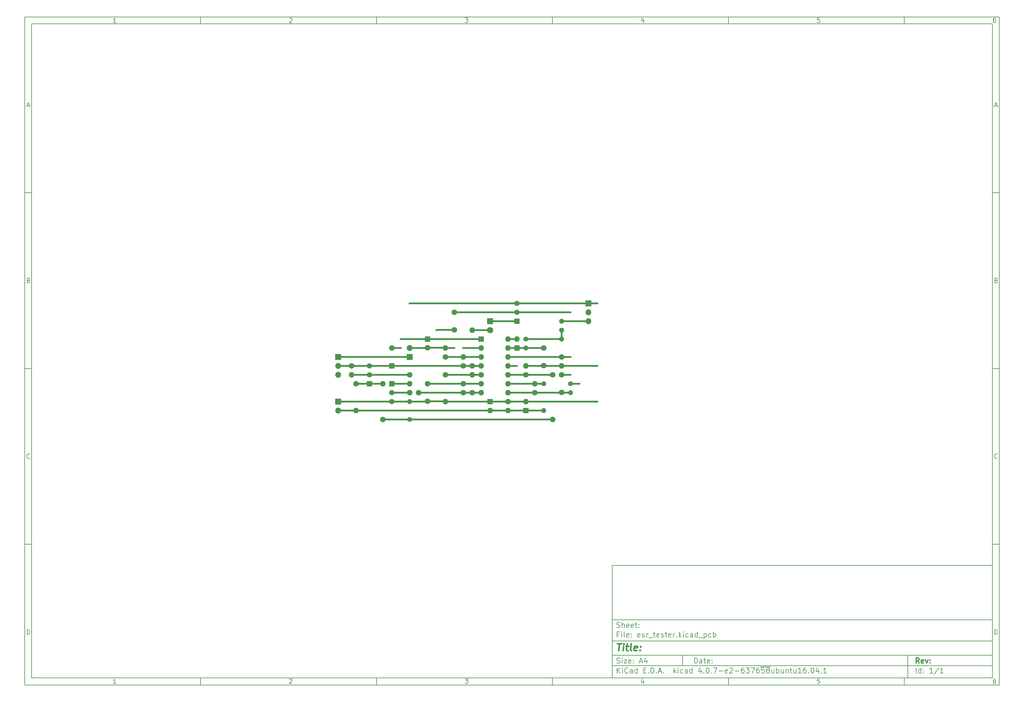
<source format=gbr>
G04 #@! TF.FileFunction,Copper,L2,Bot,Signal*
%FSLAX46Y46*%
G04 Gerber Fmt 4.6, Leading zero omitted, Abs format (unit mm)*
G04 Created by KiCad (PCBNEW 4.0.7-e2-6376~58~ubuntu16.04.1) date Mon Dec 11 22:35:03 2017*
%MOMM*%
%LPD*%
G01*
G04 APERTURE LIST*
%ADD10C,0.100000*%
%ADD11C,0.150000*%
%ADD12C,0.300000*%
%ADD13C,0.400000*%
%ADD14C,1.600000*%
%ADD15O,1.600000X1.600000*%
%ADD16R,1.700000X1.700000*%
%ADD17O,1.700000X1.700000*%
%ADD18R,1.600000X1.600000*%
%ADD19R,1.800000X1.800000*%
%ADD20C,1.800000*%
%ADD21C,1.440000*%
%ADD22C,1.520000*%
%ADD23R,1.520000X1.520000*%
%ADD24C,1.400000*%
%ADD25O,1.400000X1.400000*%
%ADD26C,0.600000*%
%ADD27C,0.500000*%
%ADD28C,0.250000*%
G04 APERTURE END LIST*
D10*
D11*
X177002200Y-166007200D02*
X177002200Y-198007200D01*
X285002200Y-198007200D01*
X285002200Y-166007200D01*
X177002200Y-166007200D01*
D10*
D11*
X10000000Y-10000000D02*
X10000000Y-200007200D01*
X287002200Y-200007200D01*
X287002200Y-10000000D01*
X10000000Y-10000000D01*
D10*
D11*
X12000000Y-12000000D02*
X12000000Y-198007200D01*
X285002200Y-198007200D01*
X285002200Y-12000000D01*
X12000000Y-12000000D01*
D10*
D11*
X60000000Y-12000000D02*
X60000000Y-10000000D01*
D10*
D11*
X110000000Y-12000000D02*
X110000000Y-10000000D01*
D10*
D11*
X160000000Y-12000000D02*
X160000000Y-10000000D01*
D10*
D11*
X210000000Y-12000000D02*
X210000000Y-10000000D01*
D10*
D11*
X260000000Y-12000000D02*
X260000000Y-10000000D01*
D10*
D11*
X35990476Y-11588095D02*
X35247619Y-11588095D01*
X35619048Y-11588095D02*
X35619048Y-10288095D01*
X35495238Y-10473810D01*
X35371429Y-10597619D01*
X35247619Y-10659524D01*
D10*
D11*
X85247619Y-10411905D02*
X85309524Y-10350000D01*
X85433333Y-10288095D01*
X85742857Y-10288095D01*
X85866667Y-10350000D01*
X85928571Y-10411905D01*
X85990476Y-10535714D01*
X85990476Y-10659524D01*
X85928571Y-10845238D01*
X85185714Y-11588095D01*
X85990476Y-11588095D01*
D10*
D11*
X135185714Y-10288095D02*
X135990476Y-10288095D01*
X135557143Y-10783333D01*
X135742857Y-10783333D01*
X135866667Y-10845238D01*
X135928571Y-10907143D01*
X135990476Y-11030952D01*
X135990476Y-11340476D01*
X135928571Y-11464286D01*
X135866667Y-11526190D01*
X135742857Y-11588095D01*
X135371429Y-11588095D01*
X135247619Y-11526190D01*
X135185714Y-11464286D01*
D10*
D11*
X185866667Y-10721429D02*
X185866667Y-11588095D01*
X185557143Y-10226190D02*
X185247619Y-11154762D01*
X186052381Y-11154762D01*
D10*
D11*
X235928571Y-10288095D02*
X235309524Y-10288095D01*
X235247619Y-10907143D01*
X235309524Y-10845238D01*
X235433333Y-10783333D01*
X235742857Y-10783333D01*
X235866667Y-10845238D01*
X235928571Y-10907143D01*
X235990476Y-11030952D01*
X235990476Y-11340476D01*
X235928571Y-11464286D01*
X235866667Y-11526190D01*
X235742857Y-11588095D01*
X235433333Y-11588095D01*
X235309524Y-11526190D01*
X235247619Y-11464286D01*
D10*
D11*
X285866667Y-10288095D02*
X285619048Y-10288095D01*
X285495238Y-10350000D01*
X285433333Y-10411905D01*
X285309524Y-10597619D01*
X285247619Y-10845238D01*
X285247619Y-11340476D01*
X285309524Y-11464286D01*
X285371429Y-11526190D01*
X285495238Y-11588095D01*
X285742857Y-11588095D01*
X285866667Y-11526190D01*
X285928571Y-11464286D01*
X285990476Y-11340476D01*
X285990476Y-11030952D01*
X285928571Y-10907143D01*
X285866667Y-10845238D01*
X285742857Y-10783333D01*
X285495238Y-10783333D01*
X285371429Y-10845238D01*
X285309524Y-10907143D01*
X285247619Y-11030952D01*
D10*
D11*
X60000000Y-198007200D02*
X60000000Y-200007200D01*
D10*
D11*
X110000000Y-198007200D02*
X110000000Y-200007200D01*
D10*
D11*
X160000000Y-198007200D02*
X160000000Y-200007200D01*
D10*
D11*
X210000000Y-198007200D02*
X210000000Y-200007200D01*
D10*
D11*
X260000000Y-198007200D02*
X260000000Y-200007200D01*
D10*
D11*
X35990476Y-199595295D02*
X35247619Y-199595295D01*
X35619048Y-199595295D02*
X35619048Y-198295295D01*
X35495238Y-198481010D01*
X35371429Y-198604819D01*
X35247619Y-198666724D01*
D10*
D11*
X85247619Y-198419105D02*
X85309524Y-198357200D01*
X85433333Y-198295295D01*
X85742857Y-198295295D01*
X85866667Y-198357200D01*
X85928571Y-198419105D01*
X85990476Y-198542914D01*
X85990476Y-198666724D01*
X85928571Y-198852438D01*
X85185714Y-199595295D01*
X85990476Y-199595295D01*
D10*
D11*
X135185714Y-198295295D02*
X135990476Y-198295295D01*
X135557143Y-198790533D01*
X135742857Y-198790533D01*
X135866667Y-198852438D01*
X135928571Y-198914343D01*
X135990476Y-199038152D01*
X135990476Y-199347676D01*
X135928571Y-199471486D01*
X135866667Y-199533390D01*
X135742857Y-199595295D01*
X135371429Y-199595295D01*
X135247619Y-199533390D01*
X135185714Y-199471486D01*
D10*
D11*
X185866667Y-198728629D02*
X185866667Y-199595295D01*
X185557143Y-198233390D02*
X185247619Y-199161962D01*
X186052381Y-199161962D01*
D10*
D11*
X235928571Y-198295295D02*
X235309524Y-198295295D01*
X235247619Y-198914343D01*
X235309524Y-198852438D01*
X235433333Y-198790533D01*
X235742857Y-198790533D01*
X235866667Y-198852438D01*
X235928571Y-198914343D01*
X235990476Y-199038152D01*
X235990476Y-199347676D01*
X235928571Y-199471486D01*
X235866667Y-199533390D01*
X235742857Y-199595295D01*
X235433333Y-199595295D01*
X235309524Y-199533390D01*
X235247619Y-199471486D01*
D10*
D11*
X285866667Y-198295295D02*
X285619048Y-198295295D01*
X285495238Y-198357200D01*
X285433333Y-198419105D01*
X285309524Y-198604819D01*
X285247619Y-198852438D01*
X285247619Y-199347676D01*
X285309524Y-199471486D01*
X285371429Y-199533390D01*
X285495238Y-199595295D01*
X285742857Y-199595295D01*
X285866667Y-199533390D01*
X285928571Y-199471486D01*
X285990476Y-199347676D01*
X285990476Y-199038152D01*
X285928571Y-198914343D01*
X285866667Y-198852438D01*
X285742857Y-198790533D01*
X285495238Y-198790533D01*
X285371429Y-198852438D01*
X285309524Y-198914343D01*
X285247619Y-199038152D01*
D10*
D11*
X10000000Y-60000000D02*
X12000000Y-60000000D01*
D10*
D11*
X10000000Y-110000000D02*
X12000000Y-110000000D01*
D10*
D11*
X10000000Y-160000000D02*
X12000000Y-160000000D01*
D10*
D11*
X10690476Y-35216667D02*
X11309524Y-35216667D01*
X10566667Y-35588095D02*
X11000000Y-34288095D01*
X11433333Y-35588095D01*
D10*
D11*
X11092857Y-84907143D02*
X11278571Y-84969048D01*
X11340476Y-85030952D01*
X11402381Y-85154762D01*
X11402381Y-85340476D01*
X11340476Y-85464286D01*
X11278571Y-85526190D01*
X11154762Y-85588095D01*
X10659524Y-85588095D01*
X10659524Y-84288095D01*
X11092857Y-84288095D01*
X11216667Y-84350000D01*
X11278571Y-84411905D01*
X11340476Y-84535714D01*
X11340476Y-84659524D01*
X11278571Y-84783333D01*
X11216667Y-84845238D01*
X11092857Y-84907143D01*
X10659524Y-84907143D01*
D10*
D11*
X11402381Y-135464286D02*
X11340476Y-135526190D01*
X11154762Y-135588095D01*
X11030952Y-135588095D01*
X10845238Y-135526190D01*
X10721429Y-135402381D01*
X10659524Y-135278571D01*
X10597619Y-135030952D01*
X10597619Y-134845238D01*
X10659524Y-134597619D01*
X10721429Y-134473810D01*
X10845238Y-134350000D01*
X11030952Y-134288095D01*
X11154762Y-134288095D01*
X11340476Y-134350000D01*
X11402381Y-134411905D01*
D10*
D11*
X10659524Y-185588095D02*
X10659524Y-184288095D01*
X10969048Y-184288095D01*
X11154762Y-184350000D01*
X11278571Y-184473810D01*
X11340476Y-184597619D01*
X11402381Y-184845238D01*
X11402381Y-185030952D01*
X11340476Y-185278571D01*
X11278571Y-185402381D01*
X11154762Y-185526190D01*
X10969048Y-185588095D01*
X10659524Y-185588095D01*
D10*
D11*
X287002200Y-60000000D02*
X285002200Y-60000000D01*
D10*
D11*
X287002200Y-110000000D02*
X285002200Y-110000000D01*
D10*
D11*
X287002200Y-160000000D02*
X285002200Y-160000000D01*
D10*
D11*
X285692676Y-35216667D02*
X286311724Y-35216667D01*
X285568867Y-35588095D02*
X286002200Y-34288095D01*
X286435533Y-35588095D01*
D10*
D11*
X286095057Y-84907143D02*
X286280771Y-84969048D01*
X286342676Y-85030952D01*
X286404581Y-85154762D01*
X286404581Y-85340476D01*
X286342676Y-85464286D01*
X286280771Y-85526190D01*
X286156962Y-85588095D01*
X285661724Y-85588095D01*
X285661724Y-84288095D01*
X286095057Y-84288095D01*
X286218867Y-84350000D01*
X286280771Y-84411905D01*
X286342676Y-84535714D01*
X286342676Y-84659524D01*
X286280771Y-84783333D01*
X286218867Y-84845238D01*
X286095057Y-84907143D01*
X285661724Y-84907143D01*
D10*
D11*
X286404581Y-135464286D02*
X286342676Y-135526190D01*
X286156962Y-135588095D01*
X286033152Y-135588095D01*
X285847438Y-135526190D01*
X285723629Y-135402381D01*
X285661724Y-135278571D01*
X285599819Y-135030952D01*
X285599819Y-134845238D01*
X285661724Y-134597619D01*
X285723629Y-134473810D01*
X285847438Y-134350000D01*
X286033152Y-134288095D01*
X286156962Y-134288095D01*
X286342676Y-134350000D01*
X286404581Y-134411905D01*
D10*
D11*
X285661724Y-185588095D02*
X285661724Y-184288095D01*
X285971248Y-184288095D01*
X286156962Y-184350000D01*
X286280771Y-184473810D01*
X286342676Y-184597619D01*
X286404581Y-184845238D01*
X286404581Y-185030952D01*
X286342676Y-185278571D01*
X286280771Y-185402381D01*
X286156962Y-185526190D01*
X285971248Y-185588095D01*
X285661724Y-185588095D01*
D10*
D11*
X200359343Y-193785771D02*
X200359343Y-192285771D01*
X200716486Y-192285771D01*
X200930771Y-192357200D01*
X201073629Y-192500057D01*
X201145057Y-192642914D01*
X201216486Y-192928629D01*
X201216486Y-193142914D01*
X201145057Y-193428629D01*
X201073629Y-193571486D01*
X200930771Y-193714343D01*
X200716486Y-193785771D01*
X200359343Y-193785771D01*
X202502200Y-193785771D02*
X202502200Y-193000057D01*
X202430771Y-192857200D01*
X202287914Y-192785771D01*
X202002200Y-192785771D01*
X201859343Y-192857200D01*
X202502200Y-193714343D02*
X202359343Y-193785771D01*
X202002200Y-193785771D01*
X201859343Y-193714343D01*
X201787914Y-193571486D01*
X201787914Y-193428629D01*
X201859343Y-193285771D01*
X202002200Y-193214343D01*
X202359343Y-193214343D01*
X202502200Y-193142914D01*
X203002200Y-192785771D02*
X203573629Y-192785771D01*
X203216486Y-192285771D02*
X203216486Y-193571486D01*
X203287914Y-193714343D01*
X203430772Y-193785771D01*
X203573629Y-193785771D01*
X204645057Y-193714343D02*
X204502200Y-193785771D01*
X204216486Y-193785771D01*
X204073629Y-193714343D01*
X204002200Y-193571486D01*
X204002200Y-193000057D01*
X204073629Y-192857200D01*
X204216486Y-192785771D01*
X204502200Y-192785771D01*
X204645057Y-192857200D01*
X204716486Y-193000057D01*
X204716486Y-193142914D01*
X204002200Y-193285771D01*
X205359343Y-193642914D02*
X205430771Y-193714343D01*
X205359343Y-193785771D01*
X205287914Y-193714343D01*
X205359343Y-193642914D01*
X205359343Y-193785771D01*
X205359343Y-192857200D02*
X205430771Y-192928629D01*
X205359343Y-193000057D01*
X205287914Y-192928629D01*
X205359343Y-192857200D01*
X205359343Y-193000057D01*
D10*
D11*
X177002200Y-194507200D02*
X285002200Y-194507200D01*
D10*
D11*
X178359343Y-196585771D02*
X178359343Y-195085771D01*
X179216486Y-196585771D02*
X178573629Y-195728629D01*
X179216486Y-195085771D02*
X178359343Y-195942914D01*
X179859343Y-196585771D02*
X179859343Y-195585771D01*
X179859343Y-195085771D02*
X179787914Y-195157200D01*
X179859343Y-195228629D01*
X179930771Y-195157200D01*
X179859343Y-195085771D01*
X179859343Y-195228629D01*
X181430772Y-196442914D02*
X181359343Y-196514343D01*
X181145057Y-196585771D01*
X181002200Y-196585771D01*
X180787915Y-196514343D01*
X180645057Y-196371486D01*
X180573629Y-196228629D01*
X180502200Y-195942914D01*
X180502200Y-195728629D01*
X180573629Y-195442914D01*
X180645057Y-195300057D01*
X180787915Y-195157200D01*
X181002200Y-195085771D01*
X181145057Y-195085771D01*
X181359343Y-195157200D01*
X181430772Y-195228629D01*
X182716486Y-196585771D02*
X182716486Y-195800057D01*
X182645057Y-195657200D01*
X182502200Y-195585771D01*
X182216486Y-195585771D01*
X182073629Y-195657200D01*
X182716486Y-196514343D02*
X182573629Y-196585771D01*
X182216486Y-196585771D01*
X182073629Y-196514343D01*
X182002200Y-196371486D01*
X182002200Y-196228629D01*
X182073629Y-196085771D01*
X182216486Y-196014343D01*
X182573629Y-196014343D01*
X182716486Y-195942914D01*
X184073629Y-196585771D02*
X184073629Y-195085771D01*
X184073629Y-196514343D02*
X183930772Y-196585771D01*
X183645058Y-196585771D01*
X183502200Y-196514343D01*
X183430772Y-196442914D01*
X183359343Y-196300057D01*
X183359343Y-195871486D01*
X183430772Y-195728629D01*
X183502200Y-195657200D01*
X183645058Y-195585771D01*
X183930772Y-195585771D01*
X184073629Y-195657200D01*
X185930772Y-195800057D02*
X186430772Y-195800057D01*
X186645058Y-196585771D02*
X185930772Y-196585771D01*
X185930772Y-195085771D01*
X186645058Y-195085771D01*
X187287915Y-196442914D02*
X187359343Y-196514343D01*
X187287915Y-196585771D01*
X187216486Y-196514343D01*
X187287915Y-196442914D01*
X187287915Y-196585771D01*
X188002201Y-196585771D02*
X188002201Y-195085771D01*
X188359344Y-195085771D01*
X188573629Y-195157200D01*
X188716487Y-195300057D01*
X188787915Y-195442914D01*
X188859344Y-195728629D01*
X188859344Y-195942914D01*
X188787915Y-196228629D01*
X188716487Y-196371486D01*
X188573629Y-196514343D01*
X188359344Y-196585771D01*
X188002201Y-196585771D01*
X189502201Y-196442914D02*
X189573629Y-196514343D01*
X189502201Y-196585771D01*
X189430772Y-196514343D01*
X189502201Y-196442914D01*
X189502201Y-196585771D01*
X190145058Y-196157200D02*
X190859344Y-196157200D01*
X190002201Y-196585771D02*
X190502201Y-195085771D01*
X191002201Y-196585771D01*
X191502201Y-196442914D02*
X191573629Y-196514343D01*
X191502201Y-196585771D01*
X191430772Y-196514343D01*
X191502201Y-196442914D01*
X191502201Y-196585771D01*
X194502201Y-196585771D02*
X194502201Y-195085771D01*
X194645058Y-196014343D02*
X195073629Y-196585771D01*
X195073629Y-195585771D02*
X194502201Y-196157200D01*
X195716487Y-196585771D02*
X195716487Y-195585771D01*
X195716487Y-195085771D02*
X195645058Y-195157200D01*
X195716487Y-195228629D01*
X195787915Y-195157200D01*
X195716487Y-195085771D01*
X195716487Y-195228629D01*
X197073630Y-196514343D02*
X196930773Y-196585771D01*
X196645059Y-196585771D01*
X196502201Y-196514343D01*
X196430773Y-196442914D01*
X196359344Y-196300057D01*
X196359344Y-195871486D01*
X196430773Y-195728629D01*
X196502201Y-195657200D01*
X196645059Y-195585771D01*
X196930773Y-195585771D01*
X197073630Y-195657200D01*
X198359344Y-196585771D02*
X198359344Y-195800057D01*
X198287915Y-195657200D01*
X198145058Y-195585771D01*
X197859344Y-195585771D01*
X197716487Y-195657200D01*
X198359344Y-196514343D02*
X198216487Y-196585771D01*
X197859344Y-196585771D01*
X197716487Y-196514343D01*
X197645058Y-196371486D01*
X197645058Y-196228629D01*
X197716487Y-196085771D01*
X197859344Y-196014343D01*
X198216487Y-196014343D01*
X198359344Y-195942914D01*
X199716487Y-196585771D02*
X199716487Y-195085771D01*
X199716487Y-196514343D02*
X199573630Y-196585771D01*
X199287916Y-196585771D01*
X199145058Y-196514343D01*
X199073630Y-196442914D01*
X199002201Y-196300057D01*
X199002201Y-195871486D01*
X199073630Y-195728629D01*
X199145058Y-195657200D01*
X199287916Y-195585771D01*
X199573630Y-195585771D01*
X199716487Y-195657200D01*
X202216487Y-195585771D02*
X202216487Y-196585771D01*
X201859344Y-195014343D02*
X201502201Y-196085771D01*
X202430773Y-196085771D01*
X203002201Y-196442914D02*
X203073629Y-196514343D01*
X203002201Y-196585771D01*
X202930772Y-196514343D01*
X203002201Y-196442914D01*
X203002201Y-196585771D01*
X204002201Y-195085771D02*
X204145058Y-195085771D01*
X204287915Y-195157200D01*
X204359344Y-195228629D01*
X204430773Y-195371486D01*
X204502201Y-195657200D01*
X204502201Y-196014343D01*
X204430773Y-196300057D01*
X204359344Y-196442914D01*
X204287915Y-196514343D01*
X204145058Y-196585771D01*
X204002201Y-196585771D01*
X203859344Y-196514343D01*
X203787915Y-196442914D01*
X203716487Y-196300057D01*
X203645058Y-196014343D01*
X203645058Y-195657200D01*
X203716487Y-195371486D01*
X203787915Y-195228629D01*
X203859344Y-195157200D01*
X204002201Y-195085771D01*
X205145058Y-196442914D02*
X205216486Y-196514343D01*
X205145058Y-196585771D01*
X205073629Y-196514343D01*
X205145058Y-196442914D01*
X205145058Y-196585771D01*
X205716487Y-195085771D02*
X206716487Y-195085771D01*
X206073630Y-196585771D01*
X207287915Y-196014343D02*
X208430772Y-196014343D01*
X209716486Y-196514343D02*
X209573629Y-196585771D01*
X209287915Y-196585771D01*
X209145058Y-196514343D01*
X209073629Y-196371486D01*
X209073629Y-195800057D01*
X209145058Y-195657200D01*
X209287915Y-195585771D01*
X209573629Y-195585771D01*
X209716486Y-195657200D01*
X209787915Y-195800057D01*
X209787915Y-195942914D01*
X209073629Y-196085771D01*
X210359343Y-195228629D02*
X210430772Y-195157200D01*
X210573629Y-195085771D01*
X210930772Y-195085771D01*
X211073629Y-195157200D01*
X211145058Y-195228629D01*
X211216486Y-195371486D01*
X211216486Y-195514343D01*
X211145058Y-195728629D01*
X210287915Y-196585771D01*
X211216486Y-196585771D01*
X211859343Y-196014343D02*
X213002200Y-196014343D01*
X214359343Y-195085771D02*
X214073629Y-195085771D01*
X213930772Y-195157200D01*
X213859343Y-195228629D01*
X213716486Y-195442914D01*
X213645057Y-195728629D01*
X213645057Y-196300057D01*
X213716486Y-196442914D01*
X213787914Y-196514343D01*
X213930772Y-196585771D01*
X214216486Y-196585771D01*
X214359343Y-196514343D01*
X214430772Y-196442914D01*
X214502200Y-196300057D01*
X214502200Y-195942914D01*
X214430772Y-195800057D01*
X214359343Y-195728629D01*
X214216486Y-195657200D01*
X213930772Y-195657200D01*
X213787914Y-195728629D01*
X213716486Y-195800057D01*
X213645057Y-195942914D01*
X215002200Y-195085771D02*
X215930771Y-195085771D01*
X215430771Y-195657200D01*
X215645057Y-195657200D01*
X215787914Y-195728629D01*
X215859343Y-195800057D01*
X215930771Y-195942914D01*
X215930771Y-196300057D01*
X215859343Y-196442914D01*
X215787914Y-196514343D01*
X215645057Y-196585771D01*
X215216485Y-196585771D01*
X215073628Y-196514343D01*
X215002200Y-196442914D01*
X216430771Y-195085771D02*
X217430771Y-195085771D01*
X216787914Y-196585771D01*
X218645056Y-195085771D02*
X218359342Y-195085771D01*
X218216485Y-195157200D01*
X218145056Y-195228629D01*
X218002199Y-195442914D01*
X217930770Y-195728629D01*
X217930770Y-196300057D01*
X218002199Y-196442914D01*
X218073627Y-196514343D01*
X218216485Y-196585771D01*
X218502199Y-196585771D01*
X218645056Y-196514343D01*
X218716485Y-196442914D01*
X218787913Y-196300057D01*
X218787913Y-195942914D01*
X218716485Y-195800057D01*
X218645056Y-195728629D01*
X218502199Y-195657200D01*
X218216485Y-195657200D01*
X218073627Y-195728629D01*
X218002199Y-195800057D01*
X217930770Y-195942914D01*
X220145056Y-195085771D02*
X219430770Y-195085771D01*
X219359341Y-195800057D01*
X219430770Y-195728629D01*
X219573627Y-195657200D01*
X219930770Y-195657200D01*
X220073627Y-195728629D01*
X220145056Y-195800057D01*
X220216484Y-195942914D01*
X220216484Y-196300057D01*
X220145056Y-196442914D01*
X220073627Y-196514343D01*
X219930770Y-196585771D01*
X219573627Y-196585771D01*
X219430770Y-196514343D01*
X219359341Y-196442914D01*
X221073627Y-195728629D02*
X220930769Y-195657200D01*
X220859341Y-195585771D01*
X220787912Y-195442914D01*
X220787912Y-195371486D01*
X220859341Y-195228629D01*
X220930769Y-195157200D01*
X221073627Y-195085771D01*
X221359341Y-195085771D01*
X221502198Y-195157200D01*
X221573627Y-195228629D01*
X221645055Y-195371486D01*
X221645055Y-195442914D01*
X221573627Y-195585771D01*
X221502198Y-195657200D01*
X221359341Y-195728629D01*
X221073627Y-195728629D01*
X220930769Y-195800057D01*
X220859341Y-195871486D01*
X220787912Y-196014343D01*
X220787912Y-196300057D01*
X220859341Y-196442914D01*
X220930769Y-196514343D01*
X221073627Y-196585771D01*
X221359341Y-196585771D01*
X221502198Y-196514343D01*
X221573627Y-196442914D01*
X221645055Y-196300057D01*
X221645055Y-196014343D01*
X221573627Y-195871486D01*
X221502198Y-195800057D01*
X221359341Y-195728629D01*
X219073627Y-194827200D02*
X221930769Y-194827200D01*
X222930769Y-195585771D02*
X222930769Y-196585771D01*
X222287912Y-195585771D02*
X222287912Y-196371486D01*
X222359340Y-196514343D01*
X222502198Y-196585771D01*
X222716483Y-196585771D01*
X222859340Y-196514343D01*
X222930769Y-196442914D01*
X223645055Y-196585771D02*
X223645055Y-195085771D01*
X223645055Y-195657200D02*
X223787912Y-195585771D01*
X224073626Y-195585771D01*
X224216483Y-195657200D01*
X224287912Y-195728629D01*
X224359341Y-195871486D01*
X224359341Y-196300057D01*
X224287912Y-196442914D01*
X224216483Y-196514343D01*
X224073626Y-196585771D01*
X223787912Y-196585771D01*
X223645055Y-196514343D01*
X225645055Y-195585771D02*
X225645055Y-196585771D01*
X225002198Y-195585771D02*
X225002198Y-196371486D01*
X225073626Y-196514343D01*
X225216484Y-196585771D01*
X225430769Y-196585771D01*
X225573626Y-196514343D01*
X225645055Y-196442914D01*
X226359341Y-195585771D02*
X226359341Y-196585771D01*
X226359341Y-195728629D02*
X226430769Y-195657200D01*
X226573627Y-195585771D01*
X226787912Y-195585771D01*
X226930769Y-195657200D01*
X227002198Y-195800057D01*
X227002198Y-196585771D01*
X227502198Y-195585771D02*
X228073627Y-195585771D01*
X227716484Y-195085771D02*
X227716484Y-196371486D01*
X227787912Y-196514343D01*
X227930770Y-196585771D01*
X228073627Y-196585771D01*
X229216484Y-195585771D02*
X229216484Y-196585771D01*
X228573627Y-195585771D02*
X228573627Y-196371486D01*
X228645055Y-196514343D01*
X228787913Y-196585771D01*
X229002198Y-196585771D01*
X229145055Y-196514343D01*
X229216484Y-196442914D01*
X230716484Y-196585771D02*
X229859341Y-196585771D01*
X230287913Y-196585771D02*
X230287913Y-195085771D01*
X230145056Y-195300057D01*
X230002198Y-195442914D01*
X229859341Y-195514343D01*
X232002198Y-195085771D02*
X231716484Y-195085771D01*
X231573627Y-195157200D01*
X231502198Y-195228629D01*
X231359341Y-195442914D01*
X231287912Y-195728629D01*
X231287912Y-196300057D01*
X231359341Y-196442914D01*
X231430769Y-196514343D01*
X231573627Y-196585771D01*
X231859341Y-196585771D01*
X232002198Y-196514343D01*
X232073627Y-196442914D01*
X232145055Y-196300057D01*
X232145055Y-195942914D01*
X232073627Y-195800057D01*
X232002198Y-195728629D01*
X231859341Y-195657200D01*
X231573627Y-195657200D01*
X231430769Y-195728629D01*
X231359341Y-195800057D01*
X231287912Y-195942914D01*
X232787912Y-196442914D02*
X232859340Y-196514343D01*
X232787912Y-196585771D01*
X232716483Y-196514343D01*
X232787912Y-196442914D01*
X232787912Y-196585771D01*
X233787912Y-195085771D02*
X233930769Y-195085771D01*
X234073626Y-195157200D01*
X234145055Y-195228629D01*
X234216484Y-195371486D01*
X234287912Y-195657200D01*
X234287912Y-196014343D01*
X234216484Y-196300057D01*
X234145055Y-196442914D01*
X234073626Y-196514343D01*
X233930769Y-196585771D01*
X233787912Y-196585771D01*
X233645055Y-196514343D01*
X233573626Y-196442914D01*
X233502198Y-196300057D01*
X233430769Y-196014343D01*
X233430769Y-195657200D01*
X233502198Y-195371486D01*
X233573626Y-195228629D01*
X233645055Y-195157200D01*
X233787912Y-195085771D01*
X235573626Y-195585771D02*
X235573626Y-196585771D01*
X235216483Y-195014343D02*
X234859340Y-196085771D01*
X235787912Y-196085771D01*
X236359340Y-196442914D02*
X236430768Y-196514343D01*
X236359340Y-196585771D01*
X236287911Y-196514343D01*
X236359340Y-196442914D01*
X236359340Y-196585771D01*
X237859340Y-196585771D02*
X237002197Y-196585771D01*
X237430769Y-196585771D02*
X237430769Y-195085771D01*
X237287912Y-195300057D01*
X237145054Y-195442914D01*
X237002197Y-195514343D01*
D10*
D11*
X177002200Y-191507200D02*
X285002200Y-191507200D01*
D10*
D12*
X264216486Y-193785771D02*
X263716486Y-193071486D01*
X263359343Y-193785771D02*
X263359343Y-192285771D01*
X263930771Y-192285771D01*
X264073629Y-192357200D01*
X264145057Y-192428629D01*
X264216486Y-192571486D01*
X264216486Y-192785771D01*
X264145057Y-192928629D01*
X264073629Y-193000057D01*
X263930771Y-193071486D01*
X263359343Y-193071486D01*
X265430771Y-193714343D02*
X265287914Y-193785771D01*
X265002200Y-193785771D01*
X264859343Y-193714343D01*
X264787914Y-193571486D01*
X264787914Y-193000057D01*
X264859343Y-192857200D01*
X265002200Y-192785771D01*
X265287914Y-192785771D01*
X265430771Y-192857200D01*
X265502200Y-193000057D01*
X265502200Y-193142914D01*
X264787914Y-193285771D01*
X266002200Y-192785771D02*
X266359343Y-193785771D01*
X266716485Y-192785771D01*
X267287914Y-193642914D02*
X267359342Y-193714343D01*
X267287914Y-193785771D01*
X267216485Y-193714343D01*
X267287914Y-193642914D01*
X267287914Y-193785771D01*
X267287914Y-192857200D02*
X267359342Y-192928629D01*
X267287914Y-193000057D01*
X267216485Y-192928629D01*
X267287914Y-192857200D01*
X267287914Y-193000057D01*
D10*
D11*
X178287914Y-193714343D02*
X178502200Y-193785771D01*
X178859343Y-193785771D01*
X179002200Y-193714343D01*
X179073629Y-193642914D01*
X179145057Y-193500057D01*
X179145057Y-193357200D01*
X179073629Y-193214343D01*
X179002200Y-193142914D01*
X178859343Y-193071486D01*
X178573629Y-193000057D01*
X178430771Y-192928629D01*
X178359343Y-192857200D01*
X178287914Y-192714343D01*
X178287914Y-192571486D01*
X178359343Y-192428629D01*
X178430771Y-192357200D01*
X178573629Y-192285771D01*
X178930771Y-192285771D01*
X179145057Y-192357200D01*
X179787914Y-193785771D02*
X179787914Y-192785771D01*
X179787914Y-192285771D02*
X179716485Y-192357200D01*
X179787914Y-192428629D01*
X179859342Y-192357200D01*
X179787914Y-192285771D01*
X179787914Y-192428629D01*
X180359343Y-192785771D02*
X181145057Y-192785771D01*
X180359343Y-193785771D01*
X181145057Y-193785771D01*
X182287914Y-193714343D02*
X182145057Y-193785771D01*
X181859343Y-193785771D01*
X181716486Y-193714343D01*
X181645057Y-193571486D01*
X181645057Y-193000057D01*
X181716486Y-192857200D01*
X181859343Y-192785771D01*
X182145057Y-192785771D01*
X182287914Y-192857200D01*
X182359343Y-193000057D01*
X182359343Y-193142914D01*
X181645057Y-193285771D01*
X183002200Y-193642914D02*
X183073628Y-193714343D01*
X183002200Y-193785771D01*
X182930771Y-193714343D01*
X183002200Y-193642914D01*
X183002200Y-193785771D01*
X183002200Y-192857200D02*
X183073628Y-192928629D01*
X183002200Y-193000057D01*
X182930771Y-192928629D01*
X183002200Y-192857200D01*
X183002200Y-193000057D01*
X184787914Y-193357200D02*
X185502200Y-193357200D01*
X184645057Y-193785771D02*
X185145057Y-192285771D01*
X185645057Y-193785771D01*
X186787914Y-192785771D02*
X186787914Y-193785771D01*
X186430771Y-192214343D02*
X186073628Y-193285771D01*
X187002200Y-193285771D01*
D10*
D11*
X263359343Y-196585771D02*
X263359343Y-195085771D01*
X264716486Y-196585771D02*
X264716486Y-195085771D01*
X264716486Y-196514343D02*
X264573629Y-196585771D01*
X264287915Y-196585771D01*
X264145057Y-196514343D01*
X264073629Y-196442914D01*
X264002200Y-196300057D01*
X264002200Y-195871486D01*
X264073629Y-195728629D01*
X264145057Y-195657200D01*
X264287915Y-195585771D01*
X264573629Y-195585771D01*
X264716486Y-195657200D01*
X265430772Y-196442914D02*
X265502200Y-196514343D01*
X265430772Y-196585771D01*
X265359343Y-196514343D01*
X265430772Y-196442914D01*
X265430772Y-196585771D01*
X265430772Y-195657200D02*
X265502200Y-195728629D01*
X265430772Y-195800057D01*
X265359343Y-195728629D01*
X265430772Y-195657200D01*
X265430772Y-195800057D01*
X268073629Y-196585771D02*
X267216486Y-196585771D01*
X267645058Y-196585771D02*
X267645058Y-195085771D01*
X267502201Y-195300057D01*
X267359343Y-195442914D01*
X267216486Y-195514343D01*
X269787914Y-195014343D02*
X268502200Y-196942914D01*
X271073629Y-196585771D02*
X270216486Y-196585771D01*
X270645058Y-196585771D02*
X270645058Y-195085771D01*
X270502201Y-195300057D01*
X270359343Y-195442914D01*
X270216486Y-195514343D01*
D10*
D11*
X177002200Y-187507200D02*
X285002200Y-187507200D01*
D10*
D13*
X178454581Y-188211962D02*
X179597438Y-188211962D01*
X178776010Y-190211962D02*
X179026010Y-188211962D01*
X180014105Y-190211962D02*
X180180771Y-188878629D01*
X180264105Y-188211962D02*
X180156962Y-188307200D01*
X180240295Y-188402438D01*
X180347439Y-188307200D01*
X180264105Y-188211962D01*
X180240295Y-188402438D01*
X180847438Y-188878629D02*
X181609343Y-188878629D01*
X181216486Y-188211962D02*
X181002200Y-189926248D01*
X181073630Y-190116724D01*
X181252201Y-190211962D01*
X181442677Y-190211962D01*
X182395058Y-190211962D02*
X182216487Y-190116724D01*
X182145057Y-189926248D01*
X182359343Y-188211962D01*
X183930772Y-190116724D02*
X183728391Y-190211962D01*
X183347439Y-190211962D01*
X183168867Y-190116724D01*
X183097438Y-189926248D01*
X183192676Y-189164343D01*
X183311724Y-188973867D01*
X183514105Y-188878629D01*
X183895057Y-188878629D01*
X184073629Y-188973867D01*
X184145057Y-189164343D01*
X184121248Y-189354819D01*
X183145057Y-189545295D01*
X184895057Y-190021486D02*
X184978392Y-190116724D01*
X184871248Y-190211962D01*
X184787915Y-190116724D01*
X184895057Y-190021486D01*
X184871248Y-190211962D01*
X185026010Y-188973867D02*
X185109344Y-189069105D01*
X185002200Y-189164343D01*
X184918867Y-189069105D01*
X185026010Y-188973867D01*
X185002200Y-189164343D01*
D10*
D11*
X178859343Y-185600057D02*
X178359343Y-185600057D01*
X178359343Y-186385771D02*
X178359343Y-184885771D01*
X179073629Y-184885771D01*
X179645057Y-186385771D02*
X179645057Y-185385771D01*
X179645057Y-184885771D02*
X179573628Y-184957200D01*
X179645057Y-185028629D01*
X179716485Y-184957200D01*
X179645057Y-184885771D01*
X179645057Y-185028629D01*
X180573629Y-186385771D02*
X180430771Y-186314343D01*
X180359343Y-186171486D01*
X180359343Y-184885771D01*
X181716485Y-186314343D02*
X181573628Y-186385771D01*
X181287914Y-186385771D01*
X181145057Y-186314343D01*
X181073628Y-186171486D01*
X181073628Y-185600057D01*
X181145057Y-185457200D01*
X181287914Y-185385771D01*
X181573628Y-185385771D01*
X181716485Y-185457200D01*
X181787914Y-185600057D01*
X181787914Y-185742914D01*
X181073628Y-185885771D01*
X182430771Y-186242914D02*
X182502199Y-186314343D01*
X182430771Y-186385771D01*
X182359342Y-186314343D01*
X182430771Y-186242914D01*
X182430771Y-186385771D01*
X182430771Y-185457200D02*
X182502199Y-185528629D01*
X182430771Y-185600057D01*
X182359342Y-185528629D01*
X182430771Y-185457200D01*
X182430771Y-185600057D01*
X184859342Y-186314343D02*
X184716485Y-186385771D01*
X184430771Y-186385771D01*
X184287914Y-186314343D01*
X184216485Y-186171486D01*
X184216485Y-185600057D01*
X184287914Y-185457200D01*
X184430771Y-185385771D01*
X184716485Y-185385771D01*
X184859342Y-185457200D01*
X184930771Y-185600057D01*
X184930771Y-185742914D01*
X184216485Y-185885771D01*
X185502199Y-186314343D02*
X185645056Y-186385771D01*
X185930771Y-186385771D01*
X186073628Y-186314343D01*
X186145056Y-186171486D01*
X186145056Y-186100057D01*
X186073628Y-185957200D01*
X185930771Y-185885771D01*
X185716485Y-185885771D01*
X185573628Y-185814343D01*
X185502199Y-185671486D01*
X185502199Y-185600057D01*
X185573628Y-185457200D01*
X185716485Y-185385771D01*
X185930771Y-185385771D01*
X186073628Y-185457200D01*
X186787914Y-186385771D02*
X186787914Y-185385771D01*
X186787914Y-185671486D02*
X186859342Y-185528629D01*
X186930771Y-185457200D01*
X187073628Y-185385771D01*
X187216485Y-185385771D01*
X187359342Y-186528629D02*
X188502199Y-186528629D01*
X188645056Y-185385771D02*
X189216485Y-185385771D01*
X188859342Y-184885771D02*
X188859342Y-186171486D01*
X188930770Y-186314343D01*
X189073628Y-186385771D01*
X189216485Y-186385771D01*
X190287913Y-186314343D02*
X190145056Y-186385771D01*
X189859342Y-186385771D01*
X189716485Y-186314343D01*
X189645056Y-186171486D01*
X189645056Y-185600057D01*
X189716485Y-185457200D01*
X189859342Y-185385771D01*
X190145056Y-185385771D01*
X190287913Y-185457200D01*
X190359342Y-185600057D01*
X190359342Y-185742914D01*
X189645056Y-185885771D01*
X190930770Y-186314343D02*
X191073627Y-186385771D01*
X191359342Y-186385771D01*
X191502199Y-186314343D01*
X191573627Y-186171486D01*
X191573627Y-186100057D01*
X191502199Y-185957200D01*
X191359342Y-185885771D01*
X191145056Y-185885771D01*
X191002199Y-185814343D01*
X190930770Y-185671486D01*
X190930770Y-185600057D01*
X191002199Y-185457200D01*
X191145056Y-185385771D01*
X191359342Y-185385771D01*
X191502199Y-185457200D01*
X192002199Y-185385771D02*
X192573628Y-185385771D01*
X192216485Y-184885771D02*
X192216485Y-186171486D01*
X192287913Y-186314343D01*
X192430771Y-186385771D01*
X192573628Y-186385771D01*
X193645056Y-186314343D02*
X193502199Y-186385771D01*
X193216485Y-186385771D01*
X193073628Y-186314343D01*
X193002199Y-186171486D01*
X193002199Y-185600057D01*
X193073628Y-185457200D01*
X193216485Y-185385771D01*
X193502199Y-185385771D01*
X193645056Y-185457200D01*
X193716485Y-185600057D01*
X193716485Y-185742914D01*
X193002199Y-185885771D01*
X194359342Y-186385771D02*
X194359342Y-185385771D01*
X194359342Y-185671486D02*
X194430770Y-185528629D01*
X194502199Y-185457200D01*
X194645056Y-185385771D01*
X194787913Y-185385771D01*
X195287913Y-186242914D02*
X195359341Y-186314343D01*
X195287913Y-186385771D01*
X195216484Y-186314343D01*
X195287913Y-186242914D01*
X195287913Y-186385771D01*
X196002199Y-186385771D02*
X196002199Y-184885771D01*
X196145056Y-185814343D02*
X196573627Y-186385771D01*
X196573627Y-185385771D02*
X196002199Y-185957200D01*
X197216485Y-186385771D02*
X197216485Y-185385771D01*
X197216485Y-184885771D02*
X197145056Y-184957200D01*
X197216485Y-185028629D01*
X197287913Y-184957200D01*
X197216485Y-184885771D01*
X197216485Y-185028629D01*
X198573628Y-186314343D02*
X198430771Y-186385771D01*
X198145057Y-186385771D01*
X198002199Y-186314343D01*
X197930771Y-186242914D01*
X197859342Y-186100057D01*
X197859342Y-185671486D01*
X197930771Y-185528629D01*
X198002199Y-185457200D01*
X198145057Y-185385771D01*
X198430771Y-185385771D01*
X198573628Y-185457200D01*
X199859342Y-186385771D02*
X199859342Y-185600057D01*
X199787913Y-185457200D01*
X199645056Y-185385771D01*
X199359342Y-185385771D01*
X199216485Y-185457200D01*
X199859342Y-186314343D02*
X199716485Y-186385771D01*
X199359342Y-186385771D01*
X199216485Y-186314343D01*
X199145056Y-186171486D01*
X199145056Y-186028629D01*
X199216485Y-185885771D01*
X199359342Y-185814343D01*
X199716485Y-185814343D01*
X199859342Y-185742914D01*
X201216485Y-186385771D02*
X201216485Y-184885771D01*
X201216485Y-186314343D02*
X201073628Y-186385771D01*
X200787914Y-186385771D01*
X200645056Y-186314343D01*
X200573628Y-186242914D01*
X200502199Y-186100057D01*
X200502199Y-185671486D01*
X200573628Y-185528629D01*
X200645056Y-185457200D01*
X200787914Y-185385771D01*
X201073628Y-185385771D01*
X201216485Y-185457200D01*
X201573628Y-186528629D02*
X202716485Y-186528629D01*
X203073628Y-185385771D02*
X203073628Y-186885771D01*
X203073628Y-185457200D02*
X203216485Y-185385771D01*
X203502199Y-185385771D01*
X203645056Y-185457200D01*
X203716485Y-185528629D01*
X203787914Y-185671486D01*
X203787914Y-186100057D01*
X203716485Y-186242914D01*
X203645056Y-186314343D01*
X203502199Y-186385771D01*
X203216485Y-186385771D01*
X203073628Y-186314343D01*
X205073628Y-186314343D02*
X204930771Y-186385771D01*
X204645057Y-186385771D01*
X204502199Y-186314343D01*
X204430771Y-186242914D01*
X204359342Y-186100057D01*
X204359342Y-185671486D01*
X204430771Y-185528629D01*
X204502199Y-185457200D01*
X204645057Y-185385771D01*
X204930771Y-185385771D01*
X205073628Y-185457200D01*
X205716485Y-186385771D02*
X205716485Y-184885771D01*
X205716485Y-185457200D02*
X205859342Y-185385771D01*
X206145056Y-185385771D01*
X206287913Y-185457200D01*
X206359342Y-185528629D01*
X206430771Y-185671486D01*
X206430771Y-186100057D01*
X206359342Y-186242914D01*
X206287913Y-186314343D01*
X206145056Y-186385771D01*
X205859342Y-186385771D01*
X205716485Y-186314343D01*
D10*
D11*
X177002200Y-181507200D02*
X285002200Y-181507200D01*
D10*
D11*
X178287914Y-183614343D02*
X178502200Y-183685771D01*
X178859343Y-183685771D01*
X179002200Y-183614343D01*
X179073629Y-183542914D01*
X179145057Y-183400057D01*
X179145057Y-183257200D01*
X179073629Y-183114343D01*
X179002200Y-183042914D01*
X178859343Y-182971486D01*
X178573629Y-182900057D01*
X178430771Y-182828629D01*
X178359343Y-182757200D01*
X178287914Y-182614343D01*
X178287914Y-182471486D01*
X178359343Y-182328629D01*
X178430771Y-182257200D01*
X178573629Y-182185771D01*
X178930771Y-182185771D01*
X179145057Y-182257200D01*
X179787914Y-183685771D02*
X179787914Y-182185771D01*
X180430771Y-183685771D02*
X180430771Y-182900057D01*
X180359342Y-182757200D01*
X180216485Y-182685771D01*
X180002200Y-182685771D01*
X179859342Y-182757200D01*
X179787914Y-182828629D01*
X181716485Y-183614343D02*
X181573628Y-183685771D01*
X181287914Y-183685771D01*
X181145057Y-183614343D01*
X181073628Y-183471486D01*
X181073628Y-182900057D01*
X181145057Y-182757200D01*
X181287914Y-182685771D01*
X181573628Y-182685771D01*
X181716485Y-182757200D01*
X181787914Y-182900057D01*
X181787914Y-183042914D01*
X181073628Y-183185771D01*
X183002199Y-183614343D02*
X182859342Y-183685771D01*
X182573628Y-183685771D01*
X182430771Y-183614343D01*
X182359342Y-183471486D01*
X182359342Y-182900057D01*
X182430771Y-182757200D01*
X182573628Y-182685771D01*
X182859342Y-182685771D01*
X183002199Y-182757200D01*
X183073628Y-182900057D01*
X183073628Y-183042914D01*
X182359342Y-183185771D01*
X183502199Y-182685771D02*
X184073628Y-182685771D01*
X183716485Y-182185771D02*
X183716485Y-183471486D01*
X183787913Y-183614343D01*
X183930771Y-183685771D01*
X184073628Y-183685771D01*
X184573628Y-183542914D02*
X184645056Y-183614343D01*
X184573628Y-183685771D01*
X184502199Y-183614343D01*
X184573628Y-183542914D01*
X184573628Y-183685771D01*
X184573628Y-182757200D02*
X184645056Y-182828629D01*
X184573628Y-182900057D01*
X184502199Y-182828629D01*
X184573628Y-182757200D01*
X184573628Y-182900057D01*
D10*
D11*
X197002200Y-191507200D02*
X197002200Y-194507200D01*
D10*
D11*
X261002200Y-191507200D02*
X261002200Y-198007200D01*
D14*
X137160000Y-109220000D03*
D15*
X137160000Y-99060000D03*
D14*
X162560000Y-106680000D03*
D15*
X162560000Y-109220000D03*
D14*
X152400000Y-111760000D03*
D15*
X152400000Y-109220000D03*
D14*
X154940000Y-116840000D03*
D15*
X154940000Y-114300000D03*
D14*
X147320000Y-119380000D03*
D15*
X147320000Y-121920000D03*
D14*
X104140000Y-114300000D03*
D15*
X104140000Y-121920000D03*
D14*
X119380000Y-111760000D03*
D15*
X119380000Y-114300000D03*
D14*
X102870000Y-109220000D03*
D15*
X102870000Y-111760000D03*
D14*
X119380000Y-116840000D03*
D15*
X121920000Y-116840000D03*
D14*
X129540000Y-106680000D03*
D15*
X129540000Y-104140000D03*
D14*
X134620000Y-109220000D03*
D15*
X134620000Y-106680000D03*
D14*
X137160000Y-116840000D03*
D15*
X137160000Y-111760000D03*
D14*
X134620000Y-116840000D03*
D15*
X134620000Y-114300000D03*
D14*
X129540000Y-111760000D03*
D15*
X129540000Y-119380000D03*
D16*
X119380000Y-106680000D03*
D17*
X119380000Y-104140000D03*
D18*
X114300000Y-109220000D03*
D14*
X114300000Y-104140000D03*
D18*
X124460000Y-101600000D03*
D14*
X124460000Y-104100000D03*
X124460000Y-114300000D03*
X124460000Y-119300000D03*
X162560000Y-111760000D03*
X162560000Y-116760000D03*
X132080000Y-93980000D03*
X132080000Y-98980000D03*
X157480000Y-104140000D03*
X157480000Y-109140000D03*
D19*
X142240000Y-96520000D03*
D20*
X142240000Y-99060000D03*
D18*
X139700000Y-101600000D03*
D15*
X147320000Y-116840000D03*
X139700000Y-104140000D03*
X147320000Y-114300000D03*
X139700000Y-106680000D03*
X147320000Y-111760000D03*
X139700000Y-109220000D03*
X147320000Y-109220000D03*
X139700000Y-111760000D03*
X147320000Y-106680000D03*
X139700000Y-114300000D03*
X147320000Y-104140000D03*
X139700000Y-116840000D03*
X147320000Y-101600000D03*
D16*
X99060000Y-119380000D03*
D17*
X99060000Y-121920000D03*
D21*
X162560000Y-101600000D03*
X162560000Y-99060000D03*
X162560000Y-96520000D03*
D16*
X99060000Y-106680000D03*
D17*
X99060000Y-109220000D03*
X99060000Y-111760000D03*
D22*
X114300000Y-116840000D03*
X114300000Y-119380000D03*
D23*
X114300000Y-114300000D03*
D22*
X107950000Y-111760000D03*
X107950000Y-109220000D03*
D23*
X107950000Y-114300000D03*
D22*
X149860000Y-93980000D03*
X149860000Y-91440000D03*
D23*
X149860000Y-96520000D03*
D18*
X142240000Y-119380000D03*
D15*
X142240000Y-121920000D03*
D18*
X152400000Y-121920000D03*
D15*
X152400000Y-119380000D03*
D18*
X149860000Y-104140000D03*
D15*
X149860000Y-101600000D03*
D24*
X157480000Y-114300000D03*
D25*
X157480000Y-121920000D03*
D14*
X160020000Y-111760000D03*
D15*
X160020000Y-124460000D03*
D24*
X119380000Y-124460000D03*
D25*
X119380000Y-119380000D03*
D14*
X111760000Y-124460000D03*
D15*
X111760000Y-114300000D03*
D24*
X152400000Y-101600000D03*
D25*
X152400000Y-104140000D03*
D24*
X165100000Y-114300000D03*
D25*
X165100000Y-116840000D03*
D16*
X170180000Y-91440000D03*
D17*
X170180000Y-96520000D03*
X170180000Y-93980000D03*
D26*
X132080000Y-104140000D03*
X149860000Y-109220000D03*
X172720000Y-91440000D03*
X119380000Y-101600000D03*
X119380000Y-91440000D03*
X172720000Y-119380000D03*
X172720000Y-109220000D03*
X129540000Y-101600000D03*
X127000000Y-99060000D03*
X172720000Y-109220000D03*
X134620000Y-104140000D03*
X134620000Y-101600000D03*
X116840000Y-101600000D03*
X116840000Y-104140000D03*
X165100000Y-111760000D03*
X165100000Y-106680000D03*
X167640000Y-114300000D03*
X165100000Y-93980000D03*
D27*
X119380000Y-106680000D02*
X99060000Y-106680000D01*
X147320000Y-109220000D02*
X149860000Y-109220000D01*
X132080000Y-104140000D02*
X129540000Y-104140000D01*
X124460000Y-104100000D02*
X129500000Y-104100000D01*
D28*
X129500000Y-104100000D02*
X129540000Y-104140000D01*
D27*
X119380000Y-104140000D02*
X124420000Y-104140000D01*
D28*
X124420000Y-104140000D02*
X124460000Y-104100000D01*
X124460000Y-104140000D02*
X124420000Y-104100000D01*
X129540000Y-104140000D02*
X129580000Y-104100000D01*
D27*
X114300000Y-109220000D02*
X107950000Y-109220000D01*
X134620000Y-109220000D02*
X114300000Y-109220000D01*
X137160000Y-109220000D02*
X134620000Y-109220000D01*
X139700000Y-109220000D02*
X137160000Y-109220000D01*
X107950000Y-109220000D02*
X99060000Y-109220000D01*
D28*
X102870000Y-109220000D02*
X107950000Y-109220000D01*
D27*
X170180000Y-91440000D02*
X172720000Y-91440000D01*
X149860000Y-91440000D02*
X170180000Y-91440000D01*
X149860000Y-91440000D02*
X119380000Y-91440000D01*
X152400000Y-119380000D02*
X172720000Y-119380000D01*
X162560000Y-109220000D02*
X157560000Y-109220000D01*
X157560000Y-109220000D02*
X157480000Y-109140000D01*
X172720000Y-109220000D02*
X172720000Y-109220000D01*
X132080000Y-98980000D02*
X127080000Y-98980000D01*
X127000000Y-99060000D02*
X127080000Y-98980000D01*
X134620000Y-101600000D02*
X129540000Y-101600000D01*
X129540000Y-101600000D02*
X124460000Y-101600000D01*
X139700000Y-101600000D02*
X134620000Y-101600000D01*
X139700000Y-104140000D02*
X134620000Y-104140000D01*
X124460000Y-119300000D02*
X129460000Y-119300000D01*
X129460000Y-119300000D02*
X129540000Y-119380000D01*
X162560000Y-109220000D02*
X172720000Y-109220000D01*
X162480000Y-109140000D02*
X162560000Y-109220000D01*
X124460000Y-101600000D02*
X119380000Y-101600000D01*
X119380000Y-101600000D02*
X116840000Y-101600000D01*
X116840000Y-104140000D02*
X114300000Y-104140000D01*
X119380000Y-119380000D02*
X124380000Y-119380000D01*
X124380000Y-119380000D02*
X124460000Y-119300000D01*
X114300000Y-119380000D02*
X119380000Y-119380000D01*
X114300000Y-119380000D02*
X99060000Y-119380000D01*
X114380000Y-119300000D02*
X114300000Y-119380000D01*
X152400000Y-109220000D02*
X157400000Y-109220000D01*
D28*
X157400000Y-109220000D02*
X157480000Y-109140000D01*
X132160000Y-99060000D02*
X132080000Y-98980000D01*
X157400000Y-109220000D02*
X157480000Y-109140000D01*
D27*
X147320000Y-119380000D02*
X152400000Y-119380000D01*
X142240000Y-119380000D02*
X147320000Y-119380000D01*
X129540000Y-119380000D02*
X142240000Y-119380000D01*
D28*
X129620000Y-119300000D02*
X129540000Y-119380000D01*
D27*
X139700000Y-114300000D02*
X134620000Y-114300000D01*
X134620000Y-114300000D02*
X124460000Y-114300000D01*
X162560000Y-106680000D02*
X165100000Y-106680000D01*
X165100000Y-111760000D02*
X162560000Y-111760000D01*
X147320000Y-106680000D02*
X162560000Y-106680000D01*
D28*
X165100000Y-116840000D02*
X162480000Y-116840000D01*
X162480000Y-116840000D02*
X162560000Y-116760000D01*
D27*
X154940000Y-116840000D02*
X165100000Y-116840000D01*
X147320000Y-116840000D02*
X154940000Y-116840000D01*
X149860000Y-93980000D02*
X165100000Y-93980000D01*
X167640000Y-114300000D02*
X165100000Y-114300000D01*
X149860000Y-93980000D02*
X132080000Y-93980000D01*
X149860000Y-104140000D02*
X152400000Y-104140000D01*
X157480000Y-104140000D02*
X149860000Y-104140000D01*
X147320000Y-104140000D02*
X157480000Y-104140000D01*
X149860000Y-96520000D02*
X142240000Y-96520000D01*
X137160000Y-99060000D02*
X142240000Y-99060000D01*
X142240000Y-121920000D02*
X104140000Y-121920000D01*
X152400000Y-121920000D02*
X157480000Y-121920000D01*
X142240000Y-121920000D02*
X147320000Y-121920000D01*
X152400000Y-121920000D02*
X147320000Y-121920000D01*
X99060000Y-121920000D02*
X104140000Y-121920000D01*
X147320000Y-101600000D02*
X149860000Y-101600000D01*
X154940000Y-114300000D02*
X157480000Y-114300000D01*
X147320000Y-114300000D02*
X154940000Y-114300000D01*
X134620000Y-106680000D02*
X129540000Y-106680000D01*
X139700000Y-106680000D02*
X134620000Y-106680000D01*
X152400000Y-111760000D02*
X160020000Y-111760000D01*
X147320000Y-111760000D02*
X152400000Y-111760000D01*
X137160000Y-111760000D02*
X129540000Y-111760000D01*
X139700000Y-111760000D02*
X137160000Y-111760000D01*
X134620000Y-116840000D02*
X121920000Y-116840000D01*
X137160000Y-116840000D02*
X134620000Y-116840000D01*
X139700000Y-116840000D02*
X137160000Y-116840000D01*
X162560000Y-96520000D02*
X170180000Y-96520000D01*
X114300000Y-116840000D02*
X119380000Y-116840000D01*
X107950000Y-111760000D02*
X119380000Y-111760000D01*
X107950000Y-111760000D02*
X102870000Y-111760000D01*
X119380000Y-114300000D02*
X114300000Y-114300000D01*
X107950000Y-114300000D02*
X111760000Y-114300000D01*
X107950000Y-114300000D02*
X104140000Y-114300000D01*
X119380000Y-124460000D02*
X111760000Y-124460000D01*
X160020000Y-124460000D02*
X119380000Y-124460000D01*
X152400000Y-101600000D02*
X162560000Y-101600000D01*
X162560000Y-99060000D02*
X162560000Y-101600000D01*
M02*

</source>
